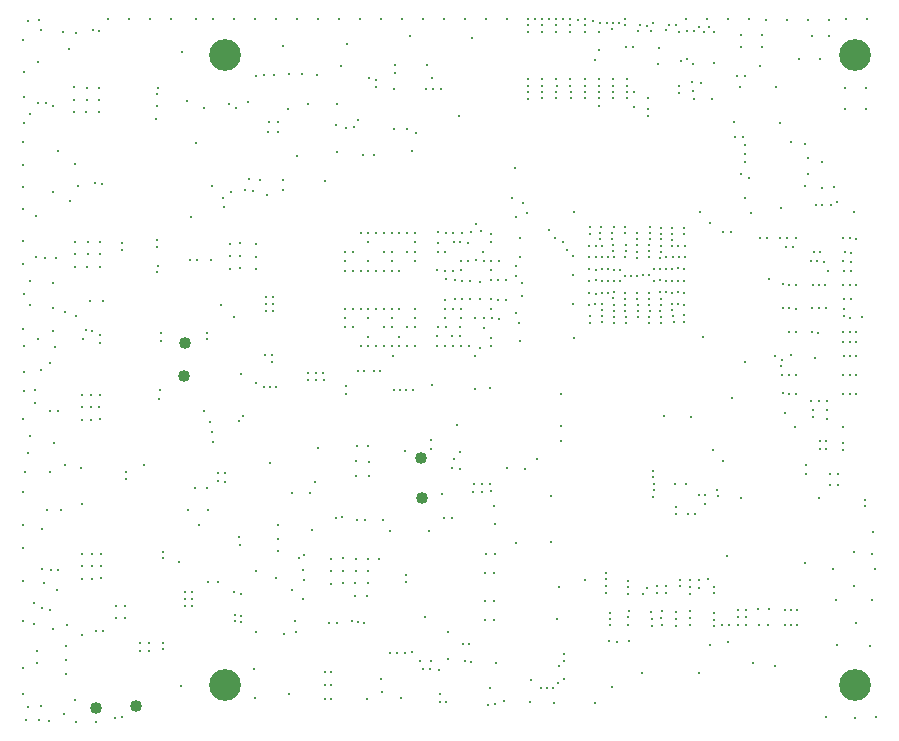
<source format=gbr>
%TF.GenerationSoftware,Altium Limited,Altium Designer,25.7.1 (20)*%
G04 Layer_Color=0*
%FSLAX45Y45*%
%MOMM*%
%TF.SameCoordinates,1AA72D45-9F13-4BD8-B423-63960E99F270*%
%TF.FilePolarity,Positive*%
%TF.FileFunction,Plated,1,6,PTH,Drill*%
%TF.Part,Single*%
G01*
G75*
%TA.AperFunction,ComponentDrill*%
%ADD131C,2.69240*%
%TA.AperFunction,ViaDrill,NotFilled*%
%ADD132C,0.20320*%
%ADD133C,0.25400*%
%ADD134C,1.01600*%
D131*
X7119518Y400990D02*
D03*
X1785518D02*
D03*
Y5734990D02*
D03*
X7119518D02*
D03*
D132*
X2519096Y1714119D02*
D03*
X2504288Y2021865D02*
D03*
X2489098Y2977439D02*
D03*
X2488819Y5312715D02*
D03*
X2488286Y3040558D02*
D03*
X247015Y1261059D02*
D03*
X2455139Y1499413D02*
D03*
X2448001Y1289202D02*
D03*
X2445944Y1375562D02*
D03*
X2442820Y1122350D02*
D03*
X2435962Y5570804D02*
D03*
X2407793Y1474241D02*
D03*
X2392299Y6035675D02*
D03*
X2391893Y4880839D02*
D03*
X2381504Y844321D02*
D03*
X2379751Y936727D02*
D03*
X2354809Y2020595D02*
D03*
X2347417Y1205306D02*
D03*
X234798Y1376020D02*
D03*
X234137Y1721002D02*
D03*
X2329434Y5566943D02*
D03*
X2324938Y324663D02*
D03*
X2320239Y5273243D02*
D03*
X229845Y1048080D02*
D03*
X2280183Y830605D02*
D03*
X2277618Y4676496D02*
D03*
X228067Y218821D02*
D03*
X2275053Y5807050D02*
D03*
X2273122Y4590974D02*
D03*
X227305Y3061919D02*
D03*
X225806Y5940654D02*
D03*
X2236038Y1630782D02*
D03*
X2235657Y1528547D02*
D03*
X2228418Y1752905D02*
D03*
X2216074Y1306195D02*
D03*
X2215667Y2918638D02*
D03*
X2214499Y6035675D02*
D03*
X2196643Y5559323D02*
D03*
X2192020Y3563798D02*
D03*
X2191360Y3680028D02*
D03*
Y3623234D02*
D03*
X2180971Y3136417D02*
D03*
X2180311Y3189199D02*
D03*
X2167103Y2274748D02*
D03*
X2163470Y2918485D02*
D03*
X2140306Y4544670D02*
D03*
X2134565Y3563137D02*
D03*
X2133905Y3679368D02*
D03*
Y3622573D02*
D03*
X2124862Y3189199D02*
D03*
X212750Y6026353D02*
D03*
X2110029Y2918485D02*
D03*
X2109445Y5565877D02*
D03*
X2083740Y4672711D02*
D03*
X2048840Y5552567D02*
D03*
X2047824Y1360551D02*
D03*
X2044751Y845312D02*
D03*
X204724Y99365D02*
D03*
X2041728Y2951759D02*
D03*
X2036699Y6035675D02*
D03*
X2033803Y284124D02*
D03*
X2032508Y537159D02*
D03*
X2018513Y4577867D02*
D03*
X202311Y3324885D02*
D03*
X202108Y5324399D02*
D03*
X202057Y5670118D02*
D03*
X1984426Y4678147D02*
D03*
X1954378Y4587215D02*
D03*
X1933829Y2675611D02*
D03*
X193751Y682676D02*
D03*
X1918030Y934060D02*
D03*
X1917675Y3026867D02*
D03*
X1916811Y984860D02*
D03*
X1915846Y1164768D02*
D03*
X191592Y580695D02*
D03*
X1909242Y1583766D02*
D03*
X1905254Y1652143D02*
D03*
X1901266Y2631491D02*
D03*
X1866036Y987146D02*
D03*
X1865859Y936346D02*
D03*
X1860956Y1182802D02*
D03*
X1859356Y6039714D02*
D03*
X1855546Y3511423D02*
D03*
X1831899Y4575251D02*
D03*
X1818615Y5315712D02*
D03*
X181686Y4020033D02*
D03*
X180950Y4366285D02*
D03*
X1781277Y2119147D02*
D03*
X1780438Y2189632D02*
D03*
X1770761Y4441495D02*
D03*
X1769999Y4522495D02*
D03*
X1748028Y3612540D02*
D03*
X174244Y2784069D02*
D03*
X172923Y2893543D02*
D03*
X1722247Y2189632D02*
D03*
X1721434Y2121586D02*
D03*
X1721307Y1266342D02*
D03*
X170028Y1092759D02*
D03*
X1680134Y6039714D02*
D03*
X1678940Y2455799D02*
D03*
X1675206Y4626686D02*
D03*
X1669821Y2536368D02*
D03*
X1664487Y3999052D02*
D03*
X1658239Y2625674D02*
D03*
X165125Y911352D02*
D03*
X1638427Y1267765D02*
D03*
X1635430Y1883639D02*
D03*
X1632280Y3324631D02*
D03*
X1631366Y2065909D02*
D03*
X1628394Y3378073D02*
D03*
X1606906Y2716098D02*
D03*
X1604315Y5286985D02*
D03*
X1561363Y1755191D02*
D03*
X1545107Y3996969D02*
D03*
X1540408Y4984775D02*
D03*
X1535608Y6039079D02*
D03*
X1527226Y2063674D02*
D03*
X1503985Y1069492D02*
D03*
X1503324Y1185723D02*
D03*
Y1128928D02*
D03*
X1499083Y4361688D02*
D03*
X1489685Y3997630D02*
D03*
X1472565Y1879244D02*
D03*
X1464132Y5341137D02*
D03*
X1446530Y1068832D02*
D03*
X1445870Y1185062D02*
D03*
Y1128268D02*
D03*
X1417574Y5757240D02*
D03*
X1413815Y392684D02*
D03*
X1396898Y1441272D02*
D03*
X135738Y5233365D02*
D03*
X1325499Y6035675D02*
D03*
X132410Y3814318D02*
D03*
X130454Y3616198D02*
D03*
X128524Y2507183D02*
D03*
X1262583Y700862D02*
D03*
X1262304Y754380D02*
D03*
X1258595Y1522527D02*
D03*
X1255700Y1469263D02*
D03*
X1240892Y3378073D02*
D03*
Y3314141D02*
D03*
X1230249Y2893085D02*
D03*
X1228598Y2817927D02*
D03*
X1214958Y5452593D02*
D03*
X1213104Y3946957D02*
D03*
X1211809Y5298973D02*
D03*
X1211555Y3893134D02*
D03*
X1210234Y5398414D02*
D03*
X1209980Y4108221D02*
D03*
X1209523Y4163187D02*
D03*
X1201166Y5187391D02*
D03*
X1147699Y6035675D02*
D03*
X1138453Y685343D02*
D03*
X1137107Y751484D02*
D03*
X113944Y6015660D02*
D03*
X112217Y211836D02*
D03*
X111277Y2358517D02*
D03*
X1095146Y2263165D02*
D03*
X1067511Y750646D02*
D03*
X1066978Y686029D02*
D03*
X101321Y100736D02*
D03*
X969899Y6035675D02*
D03*
X948766Y2143658D02*
D03*
X943559Y2199538D02*
D03*
X938759Y1063777D02*
D03*
X936600Y961796D02*
D03*
X911809Y4079138D02*
D03*
X910565Y4144137D02*
D03*
X909015Y124028D02*
D03*
X89662Y2198370D02*
D03*
X862559Y1063777D02*
D03*
X860400Y961796D02*
D03*
X856158Y116815D02*
D03*
X83236Y3705758D02*
D03*
X81890Y3266592D02*
D03*
Y3047136D02*
D03*
X792099Y6035675D02*
D03*
X79248Y5589753D02*
D03*
X79223Y2889936D02*
D03*
X77902Y5373446D02*
D03*
Y5155794D02*
D03*
X76581Y5855462D02*
D03*
X76556Y2649601D02*
D03*
X752069Y3645281D02*
D03*
X75209Y4991557D02*
D03*
Y4611040D02*
D03*
Y4424096D02*
D03*
X746354Y856463D02*
D03*
X741528Y4642256D02*
D03*
X73889Y3963467D02*
D03*
X73609Y1749704D02*
D03*
Y1554734D02*
D03*
Y937616D02*
D03*
Y322326D02*
D03*
X7297318Y129896D02*
D03*
X7287616Y1376807D02*
D03*
X7268058Y1689608D02*
D03*
X7265391Y1505331D02*
D03*
X7262368Y1116559D02*
D03*
X7244867Y726161D02*
D03*
X722909Y3357118D02*
D03*
X722808Y3296133D02*
D03*
X7222795Y6033008D02*
D03*
X7209460Y5450891D02*
D03*
Y5273091D02*
D03*
X7205548Y1911020D02*
D03*
X7204227Y1964360D02*
D03*
X72568Y3414700D02*
D03*
X72542Y4803292D02*
D03*
Y4159733D02*
D03*
X718795Y5936894D02*
D03*
X7178599Y3510356D02*
D03*
X7128688Y926389D02*
D03*
X7128383Y3185185D02*
D03*
X7127621Y3302076D02*
D03*
X7127088Y3787470D02*
D03*
X7124827Y2865425D02*
D03*
X7124802Y3384906D02*
D03*
Y3023006D02*
D03*
X7124370Y4174947D02*
D03*
X7116699Y120193D02*
D03*
X7112813Y1238910D02*
D03*
X7107225Y1525397D02*
D03*
X7104964Y4402506D02*
D03*
X7084416Y4058615D02*
D03*
X7083374Y3904894D02*
D03*
X7082561Y3982618D02*
D03*
X7079717Y3663188D02*
D03*
X7077507Y3506724D02*
D03*
X7075043Y3186176D02*
D03*
X7071487Y3785057D02*
D03*
Y3382874D02*
D03*
Y2865272D02*
D03*
X7071462Y3022371D02*
D03*
X7071436Y3302076D02*
D03*
X7071411Y4181424D02*
D03*
X71196Y1277010D02*
D03*
Y543966D02*
D03*
X7044995Y6033008D02*
D03*
X7031660Y5450891D02*
D03*
Y5273091D02*
D03*
X7031126Y4064432D02*
D03*
X7025056Y3521075D02*
D03*
X7023456Y3900475D02*
D03*
X7021830Y3665830D02*
D03*
Y3584423D02*
D03*
X7021728Y3184423D02*
D03*
X7018147Y2388438D02*
D03*
Y4184421D02*
D03*
Y3984422D02*
D03*
Y3784422D02*
D03*
Y3384423D02*
D03*
Y3304438D02*
D03*
Y3024429D02*
D03*
Y2864434D02*
D03*
Y2584425D02*
D03*
X7017741Y2449271D02*
D03*
X6970801Y2184273D02*
D03*
X6970776Y2093595D02*
D03*
X6969074Y735863D02*
D03*
X6963918Y4483532D02*
D03*
X6953555Y1120445D02*
D03*
X6940093Y4612234D02*
D03*
X6934124Y1378763D02*
D03*
X693420Y88671D02*
D03*
X69774Y2032914D02*
D03*
X692252Y858444D02*
D03*
X6910172Y4462805D02*
D03*
X6906031Y2185086D02*
D03*
X6906006Y2094408D02*
D03*
X6899453Y5891505D02*
D03*
X6893433Y6031687D02*
D03*
X6888607Y3904437D02*
D03*
X6884162Y2800452D02*
D03*
X6881749Y2653894D02*
D03*
X6879311Y2728392D02*
D03*
X6875856Y129896D02*
D03*
X6871208Y3593160D02*
D03*
X6868414Y2461717D02*
D03*
Y2392045D02*
D03*
X6867525Y3782212D02*
D03*
X6852615Y3981806D02*
D03*
X685419Y4648937D02*
D03*
X6841744Y4460367D02*
D03*
X6833794Y4825492D02*
D03*
Y4607763D02*
D03*
X6822999Y4065143D02*
D03*
X6822237Y5693893D02*
D03*
X6817639Y2393772D02*
D03*
X6817614Y2462022D02*
D03*
X6816192Y1983943D02*
D03*
X6815353Y2802077D02*
D03*
X6814210Y3784244D02*
D03*
X6812128Y3588283D02*
D03*
X6807175Y3381096D02*
D03*
X6797929Y3985844D02*
D03*
X6785077Y4458335D02*
D03*
X6781673Y3166008D02*
D03*
X6769710Y4067886D02*
D03*
X6761912Y2728392D02*
D03*
X6760286Y2663622D02*
D03*
X6757848Y3783432D02*
D03*
X6756248Y3589909D02*
D03*
X6753936Y5894172D02*
D03*
X6753835Y3382620D02*
D03*
X6744589Y3984422D02*
D03*
X6744106Y2802890D02*
D03*
X6716090Y4857826D02*
D03*
Y4728083D02*
D03*
X6715633Y6031687D02*
D03*
X6702806Y2260397D02*
D03*
X6701993Y2187524D02*
D03*
X6692544Y4980508D02*
D03*
X6691782Y1428725D02*
D03*
X6690030Y4619955D02*
D03*
X6644437Y5693893D02*
D03*
X6624066Y1033196D02*
D03*
X6623406Y905612D02*
D03*
X662686Y5940908D02*
D03*
X6615049Y4184421D02*
D03*
Y3784422D02*
D03*
Y3584423D02*
D03*
Y3384423D02*
D03*
Y3024429D02*
D03*
Y2864434D02*
D03*
X6611823Y2584425D02*
D03*
X660502Y3391586D02*
D03*
X6590335Y4105123D02*
D03*
X6576670Y3187827D02*
D03*
X6572682Y1035101D02*
D03*
X6572021Y907517D02*
D03*
X6571666Y4995367D02*
D03*
X6561709Y3585540D02*
D03*
Y3385058D02*
D03*
Y3024759D02*
D03*
X6561557Y2865577D02*
D03*
X6557874Y3785870D02*
D03*
X6537833Y6031687D02*
D03*
X6537630Y4180307D02*
D03*
X6535471Y4105123D02*
D03*
X6527267Y2700147D02*
D03*
X6521882Y1035228D02*
D03*
X6521221Y907644D02*
D03*
X6508471Y2870937D02*
D03*
X6504686Y3789909D02*
D03*
X6503949Y3588436D02*
D03*
X6502806Y3021635D02*
D03*
X6495948Y3153131D02*
D03*
X6493281Y3099841D02*
D03*
X6489954Y4439310D02*
D03*
X6485534Y5158867D02*
D03*
X6484290Y4181577D02*
D03*
X6444285Y5464734D02*
D03*
X6442583Y559232D02*
D03*
X6439789Y3179394D02*
D03*
X643509Y3646272D02*
D03*
X6390437Y3838372D02*
D03*
X6385611Y1037869D02*
D03*
X6378931Y909625D02*
D03*
X6370371Y4180307D02*
D03*
X6360033Y6031687D02*
D03*
X6330899Y5904840D02*
D03*
X6328207Y5795366D02*
D03*
X6317234Y4184980D02*
D03*
X6313881Y5640426D02*
D03*
X6301435Y909625D02*
D03*
X6298768Y1037209D02*
D03*
X6253404Y580746D02*
D03*
X6240170Y4395191D02*
D03*
X6220003Y4689627D02*
D03*
X6216472Y6033033D02*
D03*
X6197549Y972210D02*
D03*
X6196559Y1031850D02*
D03*
X6194552Y908279D02*
D03*
X6189701Y3130093D02*
D03*
X6188431Y4967935D02*
D03*
X6188227Y4890668D02*
D03*
X6187415Y4828337D02*
D03*
X6187288Y5551068D02*
D03*
X6183554Y4520286D02*
D03*
X6166968Y5034255D02*
D03*
X6155461Y4722343D02*
D03*
X6154344Y1984096D02*
D03*
X6153099Y5904840D02*
D03*
X6150407Y5795366D02*
D03*
X6145606Y5463337D02*
D03*
X6130087Y972210D02*
D03*
X6129757Y1035202D02*
D03*
X6127090Y908279D02*
D03*
X6121806Y5555082D02*
D03*
X6103214Y5034788D02*
D03*
X6091580Y5167224D02*
D03*
X608432Y3403194D02*
D03*
X6077483Y2831643D02*
D03*
X6066333Y4235399D02*
D03*
X6053582Y904367D02*
D03*
X6039714Y765785D02*
D03*
X6038672Y6033033D02*
D03*
X6032297Y1489634D02*
D03*
X5998312Y4234180D02*
D03*
X5997905Y2296262D02*
D03*
X5994552Y906475D02*
D03*
X5959678Y2000504D02*
D03*
X5951728Y2050694D02*
D03*
X5925490Y5661101D02*
D03*
X5924626Y5929274D02*
D03*
X5921858Y950214D02*
D03*
X5921223Y1230401D02*
D03*
X5920537Y1005434D02*
D03*
X5919724Y1173455D02*
D03*
Y896899D02*
D03*
X5919318Y2389505D02*
D03*
X5907354Y5358181D02*
D03*
X5890692Y736651D02*
D03*
X5885917Y4311371D02*
D03*
X5884799Y5964758D02*
D03*
X5872759Y1293266D02*
D03*
X5860872Y6033033D02*
D03*
X5850941Y2003323D02*
D03*
X5849722Y1933321D02*
D03*
X5839790Y5930316D02*
D03*
X5831738Y3347898D02*
D03*
X582346Y3324631D02*
D03*
X5813247Y5491607D02*
D03*
X5805957Y4403268D02*
D03*
X5799861Y499288D02*
D03*
X5799734Y1221715D02*
D03*
X5797118Y5968797D02*
D03*
X5796966Y2002790D02*
D03*
X5795543Y1285824D02*
D03*
X5758459Y1843049D02*
D03*
X5758028Y5932500D02*
D03*
X5753583Y5358765D02*
D03*
X5747842Y5655818D02*
D03*
X5742508Y5427091D02*
D03*
X5738647Y5501361D02*
D03*
X5729046Y2666898D02*
D03*
X5722874Y1024788D02*
D03*
X5720182Y966013D02*
D03*
X572541Y1933651D02*
D03*
X5719724Y1170457D02*
D03*
Y907263D02*
D03*
X5719394Y1228395D02*
D03*
X5717464Y1286002D02*
D03*
X571906Y820064D02*
D03*
X5700928Y1846148D02*
D03*
X5696026Y5698007D02*
D03*
X5695239Y5931611D02*
D03*
X5687339Y2100986D02*
D03*
X5683072Y6033033D02*
D03*
X5679313Y4023284D02*
D03*
X568376Y2233752D02*
D03*
X5678475Y4113174D02*
D03*
X5672836Y3469132D02*
D03*
X5672328Y3919753D02*
D03*
Y3821659D02*
D03*
Y3719855D02*
D03*
Y3619043D02*
D03*
X5671922Y4269638D02*
D03*
X5668366Y4214419D02*
D03*
X5667172Y3526765D02*
D03*
X5644845Y5679542D02*
D03*
X5636641Y1290345D02*
D03*
X5636590Y1235253D02*
D03*
X5629961Y5413324D02*
D03*
X5626710Y5468798D02*
D03*
X5625948Y5929503D02*
D03*
X5623128Y4018966D02*
D03*
X5622341Y4114216D02*
D03*
X5621782Y3924833D02*
D03*
X5621477Y3817391D02*
D03*
X5619318Y3722827D02*
D03*
X5616956Y3625494D02*
D03*
X5605932Y1016127D02*
D03*
X5604434Y1849450D02*
D03*
X5602580Y956666D02*
D03*
X5601487Y1902714D02*
D03*
X5599735Y898804D02*
D03*
X5599201Y5982538D02*
D03*
X5593334Y2099462D02*
D03*
X5583047Y3468751D02*
D03*
X5579161Y3519424D02*
D03*
X5572328Y4018382D02*
D03*
X5571947Y3575888D02*
D03*
X5571541Y4114749D02*
D03*
X5571211Y4271239D02*
D03*
Y4220439D02*
D03*
Y4169639D02*
D03*
X5570855Y3821836D02*
D03*
X5569407Y3922547D02*
D03*
X5568671Y3718890D02*
D03*
X5566156Y3626358D02*
D03*
X5538470Y5989041D02*
D03*
X5520741Y4019372D02*
D03*
X5519928Y3820236D02*
D03*
X5518658Y3920211D02*
D03*
X5517617Y3722497D02*
D03*
X5516931Y1179881D02*
D03*
X5516626Y1234719D02*
D03*
X5514391Y5940146D02*
D03*
X5497119Y2678379D02*
D03*
X5483682Y1020115D02*
D03*
X5479720Y902894D02*
D03*
X5478983Y965352D02*
D03*
X5475554Y4117061D02*
D03*
X5475402Y4169664D02*
D03*
X5474716Y4271239D02*
D03*
Y3617849D02*
D03*
X5474640Y4064991D02*
D03*
X5474360Y3517163D02*
D03*
X5473471Y4220439D02*
D03*
X5472557Y3669640D02*
D03*
X5470931Y3466465D02*
D03*
X5469230Y3824300D02*
D03*
X5468925Y4012692D02*
D03*
X5467528Y3567557D02*
D03*
X5467299Y3921074D02*
D03*
X5466563Y3725418D02*
D03*
X5461533Y5789041D02*
D03*
X5446979Y5657469D02*
D03*
X5439715Y1175588D02*
D03*
X5437556Y1235227D02*
D03*
X5416931Y3819881D02*
D03*
X5415712Y3919372D02*
D03*
X5412867Y2047646D02*
D03*
X5412842Y2099462D02*
D03*
X5410276Y2155774D02*
D03*
Y1993036D02*
D03*
X5408117Y2212975D02*
D03*
X5407787Y6000445D02*
D03*
X5399735Y898017D02*
D03*
X5394757Y957123D02*
D03*
X5393411Y1013257D02*
D03*
X5387848Y5936158D02*
D03*
X5379441Y3564560D02*
D03*
X5379060Y4221632D02*
D03*
X5378831Y4170832D02*
D03*
X5378475Y4276903D02*
D03*
X5376393Y3869004D02*
D03*
X5375326Y4120134D02*
D03*
X5374894Y3462757D02*
D03*
X5374843Y3513963D02*
D03*
X5372481Y3719627D02*
D03*
Y3668827D02*
D03*
Y3618027D02*
D03*
X5371668Y4017315D02*
D03*
X5370728Y4068115D02*
D03*
X537540Y4623333D02*
D03*
X5364074Y5277764D02*
D03*
X5363566Y5216576D02*
D03*
X5361635Y5370068D02*
D03*
X5357597Y5980582D02*
D03*
X5354091Y1217346D02*
D03*
X5323840Y3865575D02*
D03*
X5323383Y1170457D02*
D03*
X5312791Y495681D02*
D03*
X5296052Y5982208D02*
D03*
X5277993Y3512464D02*
D03*
X5277256Y3614064D02*
D03*
X5277231Y5932297D02*
D03*
X5276825Y3563264D02*
D03*
X5273827Y4067251D02*
D03*
X5272329Y4012667D02*
D03*
Y3719627D02*
D03*
X5271922Y4225925D02*
D03*
X5271897Y3668827D02*
D03*
X5271846Y3859606D02*
D03*
X5270830Y4119651D02*
D03*
X5269255Y4173499D02*
D03*
X525983Y5922035D02*
D03*
X5249469Y5287366D02*
D03*
X5248250Y5420233D02*
D03*
X5236845Y5799150D02*
D03*
X522986Y3524275D02*
D03*
X522783Y83261D02*
D03*
X5221072Y3857752D02*
D03*
X5200371Y1023798D02*
D03*
X5199736Y767055D02*
D03*
X5199126Y1170584D02*
D03*
X5197653Y970509D02*
D03*
Y909701D02*
D03*
X5196611Y1277264D02*
D03*
X5195418Y1223924D02*
D03*
X5190312Y5419166D02*
D03*
X5189169Y5365826D02*
D03*
X5187874Y5472455D02*
D03*
X5187848Y5525922D02*
D03*
X5178476Y4122217D02*
D03*
X5175783Y4070782D02*
D03*
X5175733Y5798033D02*
D03*
X5175148Y3462757D02*
D03*
X5174564Y3513557D02*
D03*
X5173904Y4225849D02*
D03*
X5173040Y5982132D02*
D03*
X5172354Y3719627D02*
D03*
Y3668827D02*
D03*
X5171973Y6035472D02*
D03*
X5170145Y4276522D02*
D03*
X5170018Y3857701D02*
D03*
X5169764Y3564153D02*
D03*
X5167300Y4020693D02*
D03*
X5167097Y3615309D02*
D03*
X514452Y4806874D02*
D03*
X513385Y271120D02*
D03*
X5128285Y3817925D02*
D03*
X5128184Y3913048D02*
D03*
X5121097Y6006821D02*
D03*
X5100269Y761644D02*
D03*
X5080584Y3725824D02*
D03*
X5079111Y3568268D02*
D03*
X5078324Y3517468D02*
D03*
X5077384Y4019652D02*
D03*
X5077308Y3816325D02*
D03*
X5077257Y3912387D02*
D03*
X5076952Y4271899D02*
D03*
X5076292Y3618992D02*
D03*
X5074158Y3462807D02*
D03*
X5072634Y4070248D02*
D03*
X5071948Y4121252D02*
D03*
X5070475Y5471643D02*
D03*
X5070170Y3671189D02*
D03*
X5069662Y5418303D02*
D03*
X5067859Y5526278D02*
D03*
X5067808Y6004001D02*
D03*
X5066614Y5365039D02*
D03*
X5062195Y4172280D02*
D03*
X5060925Y4223080D02*
D03*
X5060671Y5950712D02*
D03*
X5058791Y377546D02*
D03*
X5047082Y1008710D02*
D03*
X5044034Y955446D02*
D03*
X5041849Y902132D02*
D03*
X5035499Y767359D02*
D03*
X5026685Y3820744D02*
D03*
X5026635Y4022268D02*
D03*
X5026584Y3916121D02*
D03*
X5024069Y3718712D02*
D03*
X5014341Y6000242D02*
D03*
X5012715Y1237259D02*
D03*
X5012030Y1294689D02*
D03*
X5010709Y1179119D02*
D03*
X5009363Y1347978D02*
D03*
X4975885Y4019652D02*
D03*
Y3919652D02*
D03*
Y3819652D02*
D03*
X4975301Y3621405D02*
D03*
X4974133Y3568776D02*
D03*
X4973752Y4117950D02*
D03*
X4972939Y3715385D02*
D03*
X4972914Y3467075D02*
D03*
X4972837Y3517976D02*
D03*
X4965522Y4275328D02*
D03*
X4960671Y6000013D02*
D03*
X4960442Y4224528D02*
D03*
X4960366Y4172382D02*
D03*
X4953051Y5419700D02*
D03*
X4952594Y5302479D02*
D03*
X4951197Y5776468D02*
D03*
X4950790Y5366385D02*
D03*
X4950638Y5472989D02*
D03*
X4947844Y5929376D02*
D03*
Y5526278D02*
D03*
X4925543Y3826561D02*
D03*
X4923790Y4025290D02*
D03*
X4922342Y3913226D02*
D03*
Y3710788D02*
D03*
X4922063Y4112768D02*
D03*
X4920082Y242595D02*
D03*
X4919853Y3626510D02*
D03*
X4919497Y5685714D02*
D03*
X4897450Y6023559D02*
D03*
X4873066Y3464865D02*
D03*
X4872888Y3518306D02*
D03*
X4872330Y4272178D02*
D03*
Y4217111D02*
D03*
X4868774Y3919652D02*
D03*
Y3819652D02*
D03*
Y3719652D02*
D03*
Y3618865D02*
D03*
X4868520Y4114902D02*
D03*
X4865497Y4018102D02*
D03*
X4834052Y1288593D02*
D03*
X4831613Y5419674D02*
D03*
X4830801Y5473014D02*
D03*
X4828667Y5366410D02*
D03*
X4827956Y5983681D02*
D03*
X4827854Y5929376D02*
D03*
Y5526278D02*
D03*
X4827422Y6037021D02*
D03*
X4774082Y6030824D02*
D03*
X4740656Y4401312D02*
D03*
Y3337966D02*
D03*
X4731639Y4029862D02*
D03*
X4728337Y3619627D02*
D03*
X4727372Y3869639D02*
D03*
X4711802Y5366334D02*
D03*
X4710125Y5419649D02*
D03*
X4707865Y5929376D02*
D03*
Y5526278D02*
D03*
X4707712Y5472938D02*
D03*
X4707077Y5982716D02*
D03*
X4704131Y6035980D02*
D03*
X468732Y4494378D02*
D03*
X4679467Y4080078D02*
D03*
X4656099Y657504D02*
D03*
X4653178Y448005D02*
D03*
X4649953Y602386D02*
D03*
X4648937Y4144924D02*
D03*
X4647667Y6034126D02*
D03*
X464439Y5782310D02*
D03*
X4627829Y2465553D02*
D03*
X4627220Y2863698D02*
D03*
Y2586457D02*
D03*
X4614469Y1224331D02*
D03*
X4612945Y560527D02*
D03*
X4606874Y416712D02*
D03*
X4591863Y955523D02*
D03*
X4590313Y5472989D02*
D03*
X4589069Y5363489D02*
D03*
X4588688Y5419649D02*
D03*
X4587850Y5929376D02*
D03*
Y5526278D02*
D03*
X4586656Y6036031D02*
D03*
X4585767Y5982691D02*
D03*
X4581576Y4182440D02*
D03*
X4565421Y244348D02*
D03*
X4563110Y368808D02*
D03*
X4542511Y1999336D02*
D03*
Y1610639D02*
D03*
X4529633Y6039714D02*
D03*
X4527398Y4247185D02*
D03*
X4509033Y368148D02*
D03*
X448234Y904265D02*
D03*
X4470806Y5366258D02*
D03*
X4470171Y6035954D02*
D03*
X4469816Y5419598D02*
D03*
X4468876Y5472938D02*
D03*
X4467860Y5929376D02*
D03*
Y5526278D02*
D03*
X4466819Y5982716D02*
D03*
X4458233Y368148D02*
D03*
X4427449Y2307895D02*
D03*
X4411980Y6035853D02*
D03*
X4374439Y442011D02*
D03*
X437439Y489458D02*
D03*
X4367657Y251689D02*
D03*
X4349852Y5419598D02*
D03*
X4348607Y5982716D02*
D03*
X4348251Y5359197D02*
D03*
X4348226Y5472938D02*
D03*
X4347845Y5929376D02*
D03*
Y5526278D02*
D03*
X4344873Y6038342D02*
D03*
X4338980Y4395876D02*
D03*
X434213Y724560D02*
D03*
Y611835D02*
D03*
X4320870Y2230679D02*
D03*
X4306545Y4475150D02*
D03*
X4296664Y3687851D02*
D03*
X4294099Y3800881D02*
D03*
X4284701Y3308477D02*
D03*
X4281576Y4183913D02*
D03*
X4278198Y4024554D02*
D03*
X4268394Y3461918D02*
D03*
X425933Y2261133D02*
D03*
Y3558438D02*
D03*
X4249242Y3543732D02*
D03*
X4248125Y3944671D02*
D03*
Y3864661D02*
D03*
X4246982Y1600708D02*
D03*
X4245788Y4360088D02*
D03*
X4241851Y4771161D02*
D03*
X423697Y152756D02*
D03*
X4217162Y4524273D02*
D03*
X4170299Y6035675D02*
D03*
X4168546Y2234692D02*
D03*
X4164178Y3657397D02*
D03*
X4161307Y3829685D02*
D03*
X4142207Y261036D02*
D03*
X414071Y5924880D02*
D03*
X4104640Y3499282D02*
D03*
X4102278Y3987927D02*
D03*
X4097858Y3658489D02*
D03*
X4097376Y3830447D02*
D03*
X4080027Y585927D02*
D03*
X4067683Y1510005D02*
D03*
X4066692Y1764132D02*
D03*
X4065448Y232918D02*
D03*
X4064051Y945134D02*
D03*
X4064025Y1911096D02*
D03*
X4062222Y1106805D02*
D03*
X4060419Y1346556D02*
D03*
X4043426Y3505048D02*
D03*
X4039387Y4219524D02*
D03*
X4038092Y4149344D02*
D03*
X4037736Y3829660D02*
D03*
X4037559Y3339516D02*
D03*
X4036771Y3910635D02*
D03*
X4036212Y3578149D02*
D03*
X4035908Y3661918D02*
D03*
X4035171Y3266211D02*
D03*
X4032580Y3990645D02*
D03*
X4031285Y2036242D02*
D03*
X4030472Y2099361D02*
D03*
X4028415Y2912720D02*
D03*
X4024071Y369392D02*
D03*
X4010812Y231038D02*
D03*
X3992499Y6035675D02*
D03*
X3991483Y1510005D02*
D03*
X3987851Y945134D02*
D03*
X3986022Y1106805D02*
D03*
X3984219Y1346556D02*
D03*
X3977183Y3984371D02*
D03*
X3976548Y3420694D02*
D03*
X3974617Y3501339D02*
D03*
X3969512Y4065727D02*
D03*
X3958336Y2098523D02*
D03*
X3957498Y2033778D02*
D03*
X3950386Y4238473D02*
D03*
X3940988Y3667862D02*
D03*
Y3254070D02*
D03*
X3940886Y3805911D02*
D03*
X391947Y1881784D02*
D03*
X3905555Y3991915D02*
D03*
X3905047Y4304995D02*
D03*
X3902913Y3501949D02*
D03*
X3902126Y2904592D02*
D03*
X3899205Y3182874D02*
D03*
X3888664Y2097710D02*
D03*
X3887013Y2030501D02*
D03*
X3871493Y5878982D02*
D03*
X3868801Y4232478D02*
D03*
X3865804Y596290D02*
D03*
X3860851Y3820617D02*
D03*
X3859860Y3664763D02*
D03*
X3852367Y745338D02*
D03*
X3847033Y3270250D02*
D03*
X3841928Y3990492D02*
D03*
X3840886Y4143273D02*
D03*
X3814699Y6035675D02*
D03*
X3813124Y598551D02*
D03*
X3801593Y747243D02*
D03*
X3792220Y3821633D02*
D03*
Y3667709D02*
D03*
X3789909Y4227601D02*
D03*
X3781476Y3271952D02*
D03*
X3780409Y3578504D02*
D03*
Y3505124D02*
D03*
X3779774Y3987876D02*
D03*
X3778428Y3908908D02*
D03*
X3777183Y3350235D02*
D03*
X3776599Y2369617D02*
D03*
X3775710Y4144747D02*
D03*
X3775456Y3426435D02*
D03*
X3769131Y2228469D02*
D03*
X3766795Y5219014D02*
D03*
X3750539Y2597760D02*
D03*
X373507Y1373480D02*
D03*
X3728136Y3823157D02*
D03*
Y3666185D02*
D03*
X3724580Y2307895D02*
D03*
X372466Y4918837D02*
D03*
X3718916Y4144620D02*
D03*
X3716274Y3583813D02*
D03*
X3715029Y3906825D02*
D03*
X3714369Y4224299D02*
D03*
X3713302Y3268802D02*
D03*
X3709365Y3350260D02*
D03*
X3709314Y2234870D02*
D03*
X3701313Y1808429D02*
D03*
X3670300Y842620D02*
D03*
X3667887Y617118D02*
D03*
X366954Y2718460D02*
D03*
X3655339Y4221124D02*
D03*
X3651504Y254991D02*
D03*
X3650894Y3831311D02*
D03*
X3650285Y3430702D02*
D03*
X3649624Y3581273D02*
D03*
X3649269Y3659657D02*
D03*
X3648227Y3509239D02*
D03*
X3647567Y3268167D02*
D03*
X3647110Y4061612D02*
D03*
X3644087Y3905428D02*
D03*
X3636899Y6035675D02*
D03*
X3636721Y1814500D02*
D03*
X363525Y1198118D02*
D03*
X3616655Y2017471D02*
D03*
X3611042Y5440045D02*
D03*
X3600704Y324079D02*
D03*
Y255930D02*
D03*
X3595141Y521132D02*
D03*
X3590696Y4229252D02*
D03*
X3590138Y4062425D02*
D03*
X3584169Y3432835D02*
D03*
X3582645Y4138016D02*
D03*
X3581298Y3269971D02*
D03*
X3581197Y3909873D02*
D03*
X3579190Y3355188D02*
D03*
X3548228Y5441671D02*
D03*
X3536544Y2940126D02*
D03*
X3535248Y5540477D02*
D03*
X3528263Y2395906D02*
D03*
X3525088Y600710D02*
D03*
X3524555Y2471166D02*
D03*
X3518332Y533806D02*
D03*
X351841Y4014114D02*
D03*
X3508527Y1702613D02*
D03*
X3497224Y5645379D02*
D03*
X3487090Y5444566D02*
D03*
X3480613Y974750D02*
D03*
X348234Y3258312D02*
D03*
X3459099Y6035675D02*
D03*
X3456864Y534492D02*
D03*
X3436264Y600710D02*
D03*
X3400019Y5072202D02*
D03*
X3388436Y4224731D02*
D03*
Y4144721D02*
D03*
Y4064711D02*
D03*
Y3984701D02*
D03*
Y3584651D02*
D03*
Y3504641D02*
D03*
Y3424631D02*
D03*
Y3264611D02*
D03*
X3371672Y2894457D02*
D03*
X3366719Y674395D02*
D03*
X3363874Y4917745D02*
D03*
X3352495Y5889117D02*
D03*
X3327451Y5105197D02*
D03*
X3323412Y4224731D02*
D03*
Y4064711D02*
D03*
Y3424631D02*
D03*
Y3264611D02*
D03*
X332461Y2446985D02*
D03*
X3318764Y1330630D02*
D03*
X3317265Y1267866D02*
D03*
X3316224Y2897124D02*
D03*
X3307791Y2377516D02*
D03*
X3305251Y668731D02*
D03*
X330505Y3398672D02*
D03*
X329387Y4569130D02*
D03*
X3281299Y6035675D02*
D03*
X3274771Y286715D02*
D03*
X3265424Y2897835D02*
D03*
X326619Y3802659D02*
D03*
X3258388Y4224731D02*
D03*
Y3904691D02*
D03*
Y3584651D02*
D03*
Y3264611D02*
D03*
X3257779Y3345713D02*
D03*
X324714Y5297754D02*
D03*
X324688Y3590950D02*
D03*
X3237128Y669417D02*
D03*
X323723Y868985D02*
D03*
X3225571Y5575706D02*
D03*
X3223895Y5645760D02*
D03*
X3218231Y5445760D02*
D03*
X3214675Y2895143D02*
D03*
X3210611Y5105197D02*
D03*
X3205607Y3179318D02*
D03*
X3193364Y4224731D02*
D03*
Y4064711D02*
D03*
Y3984701D02*
D03*
Y3904691D02*
D03*
Y3584651D02*
D03*
Y3504641D02*
D03*
Y3424631D02*
D03*
Y3264611D02*
D03*
X3181198Y1701241D02*
D03*
X3179928Y670077D02*
D03*
X3128340Y4224731D02*
D03*
Y4064711D02*
D03*
Y3904691D02*
D03*
Y3584651D02*
D03*
Y3424631D02*
D03*
Y3264611D02*
D03*
X3119222Y1798269D02*
D03*
X3112948Y334391D02*
D03*
X3105683Y452272D02*
D03*
X3103499Y6035675D02*
D03*
X3098267Y3059100D02*
D03*
X309778Y1367612D02*
D03*
X3063850Y5518861D02*
D03*
X3063316Y4224731D02*
D03*
Y3904691D02*
D03*
Y3584651D02*
D03*
Y3264611D02*
D03*
X3061259Y5456707D02*
D03*
X305257Y3120923D02*
D03*
X3047289Y4885157D02*
D03*
X3042158Y3059100D02*
D03*
X302565Y2714981D02*
D03*
X3006242Y2289327D02*
D03*
X3006217Y2168322D02*
D03*
X3004185Y5535651D02*
D03*
X2998292Y4224731D02*
D03*
Y4144721D02*
D03*
Y3984701D02*
D03*
Y3904691D02*
D03*
Y3584651D02*
D03*
Y3504641D02*
D03*
Y3344621D02*
D03*
Y3264611D02*
D03*
X300025Y1034796D02*
D03*
X2993542Y2425294D02*
D03*
X2987980Y282778D02*
D03*
X297485Y2198370D02*
D03*
X2965145Y1797025D02*
D03*
X2963596Y925601D02*
D03*
X2962021Y3059100D02*
D03*
X2951074Y4885157D02*
D03*
X2933268Y4224731D02*
D03*
Y3904691D02*
D03*
Y3584651D02*
D03*
Y3264611D02*
D03*
X293599Y96850D02*
D03*
X2925699Y6035675D02*
D03*
X2911373Y5179263D02*
D03*
X2910383Y929411D02*
D03*
X2906370Y3059938D02*
D03*
X2902382Y1798523D02*
D03*
X2897911Y2425294D02*
D03*
X2895676Y2293061D02*
D03*
Y2169058D02*
D03*
X2873731Y5125060D02*
D03*
X2868244Y4064711D02*
D03*
Y3904691D02*
D03*
Y3584651D02*
D03*
Y3424631D02*
D03*
X2857475Y936295D02*
D03*
X2812898Y5827649D02*
D03*
X2809773Y5113401D02*
D03*
Y2926359D02*
D03*
X2805100Y2863291D02*
D03*
X2803220Y4064711D02*
D03*
Y3984701D02*
D03*
Y3904691D02*
D03*
Y3584651D02*
D03*
Y3504641D02*
D03*
Y3424631D02*
D03*
X2773223Y1821485D02*
D03*
X2764028Y5638698D02*
D03*
X276123Y1879854D02*
D03*
X2747899Y6035675D02*
D03*
X2734005Y4910277D02*
D03*
X2732278Y5315661D02*
D03*
X2729789Y922172D02*
D03*
X2725725Y5138115D02*
D03*
X2720619Y1812595D02*
D03*
X271043Y5324602D02*
D03*
X2684374Y276936D02*
D03*
X2681656Y397637D02*
D03*
X2678913Y511988D02*
D03*
X2667025Y923671D02*
D03*
X2633574Y276936D02*
D03*
X2630856Y397637D02*
D03*
X2628113Y511988D02*
D03*
X2626614Y4668901D02*
D03*
X2617368Y2979090D02*
D03*
X2615717Y3039745D02*
D03*
X2570353Y2403958D02*
D03*
X2570099Y6035675D02*
D03*
X256667Y4016477D02*
D03*
X2560091Y5566461D02*
D03*
X2553868Y2979090D02*
D03*
X2552217Y3039745D02*
D03*
X2545207Y2117065D02*
D03*
D133*
X2230323Y5077536D02*
D03*
X2228418Y5167351D02*
D03*
X2157628Y5167808D02*
D03*
X2149551Y5079441D02*
D03*
X2041627Y4135526D02*
D03*
Y4023868D02*
D03*
Y3922903D02*
D03*
X1978609Y5335473D02*
D03*
X1908454Y4137101D02*
D03*
Y4031005D02*
D03*
Y3927018D02*
D03*
X1877517Y5285232D02*
D03*
X1827428Y4135730D02*
D03*
X1825422Y4031869D02*
D03*
X1823999Y3923995D02*
D03*
X735457Y1508989D02*
D03*
Y1300404D02*
D03*
X732130Y1403020D02*
D03*
X725957Y4149039D02*
D03*
Y3940454D02*
D03*
X722630Y4043070D02*
D03*
X722173Y2854655D02*
D03*
Y2646070D02*
D03*
X718845Y2748686D02*
D03*
X716458Y5454828D02*
D03*
Y5246243D02*
D03*
X713130Y5348859D02*
D03*
X660375Y1505204D02*
D03*
X659790Y1405128D02*
D03*
X657885Y1298194D02*
D03*
X651281Y2749855D02*
D03*
X649376Y2642921D02*
D03*
X646151Y2852776D02*
D03*
X621411Y4147160D02*
D03*
X620827Y4047084D02*
D03*
X618922Y3940150D02*
D03*
X611911Y5452948D02*
D03*
X611327Y5352872D02*
D03*
X609422Y5245938D02*
D03*
X576758Y1508989D02*
D03*
X575843Y2854655D02*
D03*
X574853Y2641803D02*
D03*
X574751Y1405128D02*
D03*
X573837Y2750795D02*
D03*
X573329Y1297254D02*
D03*
X515925Y4150944D02*
D03*
X513918Y4047084D02*
D03*
X512496Y3939210D02*
D03*
X506425Y5456733D02*
D03*
X504419Y5352872D02*
D03*
X502996Y5244998D02*
D03*
X3090418Y1465301D02*
D03*
X2993492Y1467180D02*
D03*
Y1258595D02*
D03*
X2990164Y1361211D02*
D03*
X2984957Y1155421D02*
D03*
X2888945Y1465301D02*
D03*
X2888361Y1365225D02*
D03*
X2886456Y1258291D02*
D03*
X2880411Y1153541D02*
D03*
X2783459Y1469085D02*
D03*
X2781452Y1365225D02*
D03*
X2780030Y1257351D02*
D03*
X2682723Y1465301D02*
D03*
X2680716Y1361440D02*
D03*
X2679294Y1253566D02*
D03*
D134*
X1441120Y3294507D02*
D03*
X1433093Y3010129D02*
D03*
X1032408Y220878D02*
D03*
X694741Y206172D02*
D03*
X3450666Y1978736D02*
D03*
X3444672Y2319807D02*
D03*
%TF.MD5,67ca0996840f1edf44424f4191fe930b*%
M02*

</source>
